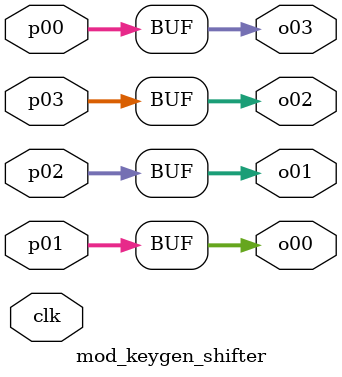
<source format=sv>

/****** mod_enc_shifter.sv *******/

// Inputs: 4 inputs, 8 bits each
// Outputs: 4 output, 8 bits

module mod_keygen_shifter(clk, 
                        p00, p01, p02, p03,
                        o00, o01, o02, o03
                      );

  /* verilator lint_off UNUSED */
  input clk;

  input [7:0] p00;
  input [7:0] p01;
  input [7:0] p02;
  input [7:0] p03;

  output [7:0] o00;
  output [7:0] o01;
  output [7:0] o02;
  output [7:0] o03;

  
  assign o00 = p01;
  assign o01 = p02;
  assign o02 = p03;
  assign o03 = p00;
    
endmodule
</source>
